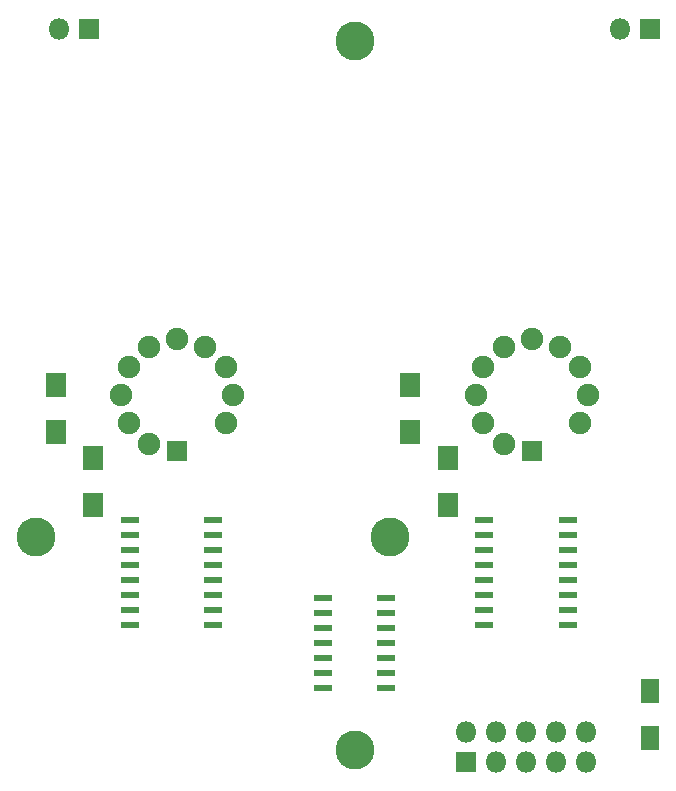
<source format=gbs>
G04 #@! TF.GenerationSoftware,KiCad,Pcbnew,(5.0.0-rc2-dev-756-g45dad4ded)*
G04 #@! TF.CreationDate,2018-06-12T00:49:02-07:00*
G04 #@! TF.ProjectId,Mod-IN2-Nix-Dis,4D6F642D494E322D4E69782D4469732E,rev?*
G04 #@! TF.SameCoordinates,Original*
G04 #@! TF.FileFunction,Soldermask,Bot*
G04 #@! TF.FilePolarity,Negative*
%FSLAX46Y46*%
G04 Gerber Fmt 4.6, Leading zero omitted, Abs format (unit mm)*
G04 Created by KiCad (PCBNEW (5.0.0-rc2-dev-756-g45dad4ded)) date 06/12/18 00:49:02*
%MOMM*%
%LPD*%
G01*
G04 APERTURE LIST*
%ADD10C,3.301600*%
%ADD11R,1.600000X2.000000*%
%ADD12R,1.700000X1.700000*%
%ADD13O,1.801600X1.801600*%
%ADD14R,1.700000X2.000000*%
%ADD15R,1.500000X0.600000*%
%ADD16C,1.901600*%
%ADD17R,1.800000X1.800000*%
G04 APERTURE END LIST*
D10*
G04 #@! TO.C,REF\002A\002A*
X158000000Y-103000000D03*
G04 #@! TD*
G04 #@! TO.C,REF\002A\002A*
X128000000Y-103000000D03*
G04 #@! TD*
G04 #@! TO.C,REF\002A\002A*
X155000000Y-121000000D03*
G04 #@! TD*
D11*
G04 #@! TO.C,C1*
X180000000Y-120000000D03*
X180000000Y-116000000D03*
G04 #@! TD*
D12*
G04 #@! TO.C,J1*
X164480000Y-122000000D03*
D13*
X164480000Y-119460000D03*
X167020000Y-122000000D03*
X167020000Y-119460000D03*
X169560000Y-122000000D03*
X169560000Y-119460000D03*
X172100000Y-122000000D03*
X172100000Y-119460000D03*
X174640000Y-122000000D03*
X174640000Y-119460000D03*
G04 #@! TD*
D14*
G04 #@! TO.C,R15*
X159700000Y-90100000D03*
X159700000Y-94100000D03*
G04 #@! TD*
G04 #@! TO.C,R16*
X129700000Y-90100000D03*
X129700000Y-94100000D03*
G04 #@! TD*
G04 #@! TO.C,R19*
X162900000Y-96300000D03*
X162900000Y-100300000D03*
G04 #@! TD*
G04 #@! TO.C,R20*
X132900000Y-96300000D03*
X132900000Y-100300000D03*
G04 #@! TD*
D15*
G04 #@! TO.C,U1*
X157700000Y-108190000D03*
X157700000Y-109460000D03*
X157700000Y-110730000D03*
X157700000Y-112000000D03*
X157700000Y-113270000D03*
X157700000Y-114540000D03*
X157700000Y-115810000D03*
X152300000Y-115810000D03*
X152300000Y-114540000D03*
X152300000Y-113270000D03*
X152300000Y-112000000D03*
X152300000Y-110730000D03*
X152300000Y-109460000D03*
X152300000Y-108190000D03*
G04 #@! TD*
G04 #@! TO.C,U2*
X173050000Y-101555000D03*
X173050000Y-102825000D03*
X173050000Y-104095000D03*
X173050000Y-105365000D03*
X173050000Y-106635000D03*
X173050000Y-107905000D03*
X173050000Y-109175000D03*
X173050000Y-110445000D03*
X165950000Y-110445000D03*
X165950000Y-109175000D03*
X165950000Y-107905000D03*
X165950000Y-106635000D03*
X165950000Y-105365000D03*
X165950000Y-104095000D03*
X165950000Y-102825000D03*
X165950000Y-101555000D03*
G04 #@! TD*
G04 #@! TO.C,U3*
X143050000Y-101555000D03*
X143050000Y-102825000D03*
X143050000Y-104095000D03*
X143050000Y-105365000D03*
X143050000Y-106635000D03*
X143050000Y-107905000D03*
X143050000Y-109175000D03*
X143050000Y-110445000D03*
X135950000Y-110445000D03*
X135950000Y-109175000D03*
X135950000Y-107905000D03*
X135950000Y-106635000D03*
X135950000Y-105365000D03*
X135950000Y-104095000D03*
X135950000Y-102825000D03*
X135950000Y-101555000D03*
G04 #@! TD*
D16*
G04 #@! TO.C,U5*
X140000000Y-86250000D03*
X142375000Y-86886000D03*
X144114000Y-88625000D03*
X144750000Y-91000000D03*
X144114000Y-93375000D03*
D17*
X140000000Y-95750000D03*
D16*
X137625000Y-95114000D03*
X135886000Y-93375000D03*
X135250000Y-91000000D03*
X135886000Y-88625000D03*
X137625000Y-86886000D03*
G04 #@! TD*
G04 #@! TO.C,U4*
X170000000Y-86250000D03*
X172375000Y-86886000D03*
X174114000Y-88625000D03*
X174750000Y-91000000D03*
X174114000Y-93375000D03*
D17*
X170000000Y-95750000D03*
D16*
X167625000Y-95114000D03*
X165886000Y-93375000D03*
X165250000Y-91000000D03*
X165886000Y-88625000D03*
X167625000Y-86886000D03*
G04 #@! TD*
D12*
G04 #@! TO.C,D1*
X132540000Y-60000000D03*
D13*
X130000000Y-60000000D03*
G04 #@! TD*
D12*
G04 #@! TO.C,D2*
X180040000Y-60000000D03*
D13*
X177500000Y-60000000D03*
G04 #@! TD*
D10*
G04 #@! TO.C,REF\002A\002A*
X155000000Y-61000000D03*
G04 #@! TD*
M02*

</source>
